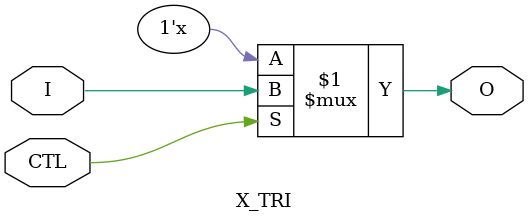
<source format=v>

`celldefine
`timescale 1 ps/1 ps

module X_TRI (O, CTL, I);

  output O;
  input I, CTL;
  parameter LOC = "UNPLACED";
  bufif1 (O, I, CTL);

endmodule

</source>
